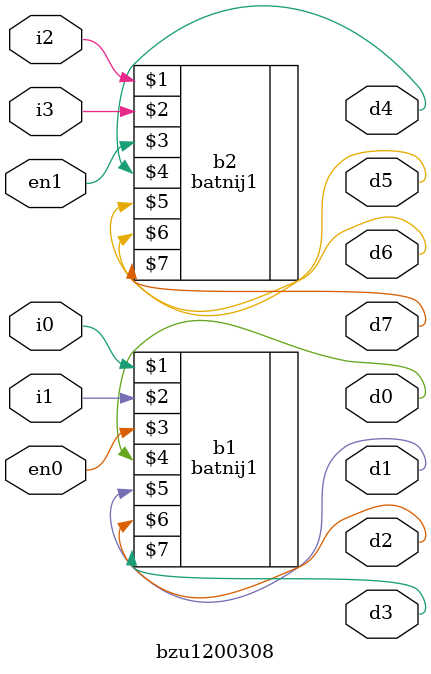
<source format=v>
module bzu1200308 ( i0 , i1 , i2 , i3 , en0 ,en1 , d0 , d1 , d2 , d3 , d4 , d5 , d6 , d7 );
input i0 , i1 ,i2 , i3 , en0 ,en1;
output d0 ,d1 , d2, d3 , d4 , d5, d6 ,d7;
wire w1  ;
batnij1 b1 (i0 , i1 , en0 , d0 , d1 , d2 , d3 );
batnij1 b2 (i2 , i3 , en1 , d4 , d5 , d6 , d7 );
nor (w1 , d2 , d4 , d5 );
endmodule 
</source>
